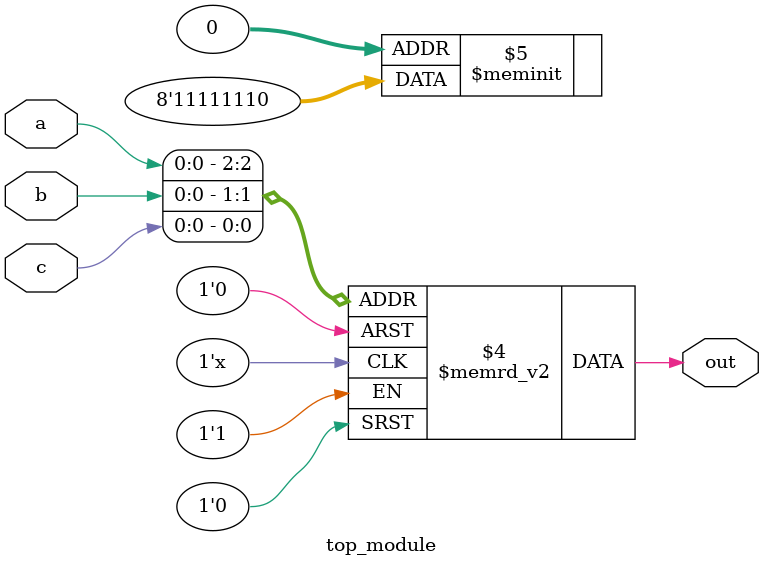
<source format=sv>
module top_module(
    input a,
    input b,
    input c,
    output reg out
);

always @(*) begin
    case ({a, b, c})
        3'b000: out = 0;
        3'b001: out = 1;
        3'b010: out = 1;
        3'b011: out = 1;
        3'b100: out = 1;
        3'b101: out = 1;
        3'b110: out = 1;
        3'b111: out = 1;
    endcase
end

endmodule

</source>
